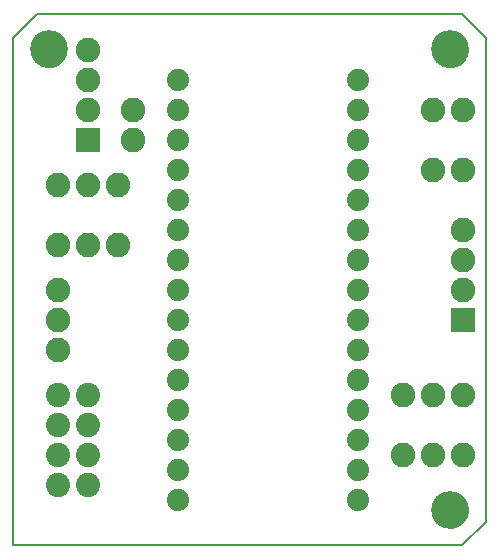
<source format=gbs>
G75*
%MOIN*%
%OFA0B0*%
%FSLAX24Y24*%
%IPPOS*%
%LPD*%
%AMOC8*
5,1,8,0,0,1.08239X$1,22.5*
%
%ADD10C,0.0080*%
%ADD11C,0.0000*%
%ADD12C,0.1261*%
%ADD13C,0.0740*%
%ADD14C,0.0808*%
%ADD15C,0.0820*%
%ADD16R,0.0820X0.0820*%
D10*
X000400Y001125D02*
X000400Y018054D01*
X001187Y018842D01*
X015361Y018842D01*
X016148Y018054D01*
X016148Y001912D01*
X015361Y001125D01*
X000400Y001125D01*
D11*
X000990Y017660D02*
X000992Y017708D01*
X000998Y017756D01*
X001008Y017803D01*
X001021Y017849D01*
X001039Y017894D01*
X001059Y017938D01*
X001084Y017980D01*
X001112Y018019D01*
X001142Y018056D01*
X001176Y018090D01*
X001213Y018122D01*
X001251Y018151D01*
X001292Y018176D01*
X001335Y018198D01*
X001380Y018216D01*
X001426Y018230D01*
X001473Y018241D01*
X001521Y018248D01*
X001569Y018251D01*
X001617Y018250D01*
X001665Y018245D01*
X001713Y018236D01*
X001759Y018224D01*
X001804Y018207D01*
X001848Y018187D01*
X001890Y018164D01*
X001930Y018137D01*
X001968Y018107D01*
X002003Y018074D01*
X002035Y018038D01*
X002065Y018000D01*
X002091Y017959D01*
X002113Y017916D01*
X002133Y017872D01*
X002148Y017827D01*
X002160Y017780D01*
X002168Y017732D01*
X002172Y017684D01*
X002172Y017636D01*
X002168Y017588D01*
X002160Y017540D01*
X002148Y017493D01*
X002133Y017448D01*
X002113Y017404D01*
X002091Y017361D01*
X002065Y017320D01*
X002035Y017282D01*
X002003Y017246D01*
X001968Y017213D01*
X001930Y017183D01*
X001890Y017156D01*
X001848Y017133D01*
X001804Y017113D01*
X001759Y017096D01*
X001713Y017084D01*
X001665Y017075D01*
X001617Y017070D01*
X001569Y017069D01*
X001521Y017072D01*
X001473Y017079D01*
X001426Y017090D01*
X001380Y017104D01*
X001335Y017122D01*
X001292Y017144D01*
X001251Y017169D01*
X001213Y017198D01*
X001176Y017230D01*
X001142Y017264D01*
X001112Y017301D01*
X001084Y017340D01*
X001059Y017382D01*
X001039Y017426D01*
X001021Y017471D01*
X001008Y017517D01*
X000998Y017564D01*
X000992Y017612D01*
X000990Y017660D01*
X014376Y017660D02*
X014378Y017708D01*
X014384Y017756D01*
X014394Y017803D01*
X014407Y017849D01*
X014425Y017894D01*
X014445Y017938D01*
X014470Y017980D01*
X014498Y018019D01*
X014528Y018056D01*
X014562Y018090D01*
X014599Y018122D01*
X014637Y018151D01*
X014678Y018176D01*
X014721Y018198D01*
X014766Y018216D01*
X014812Y018230D01*
X014859Y018241D01*
X014907Y018248D01*
X014955Y018251D01*
X015003Y018250D01*
X015051Y018245D01*
X015099Y018236D01*
X015145Y018224D01*
X015190Y018207D01*
X015234Y018187D01*
X015276Y018164D01*
X015316Y018137D01*
X015354Y018107D01*
X015389Y018074D01*
X015421Y018038D01*
X015451Y018000D01*
X015477Y017959D01*
X015499Y017916D01*
X015519Y017872D01*
X015534Y017827D01*
X015546Y017780D01*
X015554Y017732D01*
X015558Y017684D01*
X015558Y017636D01*
X015554Y017588D01*
X015546Y017540D01*
X015534Y017493D01*
X015519Y017448D01*
X015499Y017404D01*
X015477Y017361D01*
X015451Y017320D01*
X015421Y017282D01*
X015389Y017246D01*
X015354Y017213D01*
X015316Y017183D01*
X015276Y017156D01*
X015234Y017133D01*
X015190Y017113D01*
X015145Y017096D01*
X015099Y017084D01*
X015051Y017075D01*
X015003Y017070D01*
X014955Y017069D01*
X014907Y017072D01*
X014859Y017079D01*
X014812Y017090D01*
X014766Y017104D01*
X014721Y017122D01*
X014678Y017144D01*
X014637Y017169D01*
X014599Y017198D01*
X014562Y017230D01*
X014528Y017264D01*
X014498Y017301D01*
X014470Y017340D01*
X014445Y017382D01*
X014425Y017426D01*
X014407Y017471D01*
X014394Y017517D01*
X014384Y017564D01*
X014378Y017612D01*
X014376Y017660D01*
X014376Y002306D02*
X014378Y002354D01*
X014384Y002402D01*
X014394Y002449D01*
X014407Y002495D01*
X014425Y002540D01*
X014445Y002584D01*
X014470Y002626D01*
X014498Y002665D01*
X014528Y002702D01*
X014562Y002736D01*
X014599Y002768D01*
X014637Y002797D01*
X014678Y002822D01*
X014721Y002844D01*
X014766Y002862D01*
X014812Y002876D01*
X014859Y002887D01*
X014907Y002894D01*
X014955Y002897D01*
X015003Y002896D01*
X015051Y002891D01*
X015099Y002882D01*
X015145Y002870D01*
X015190Y002853D01*
X015234Y002833D01*
X015276Y002810D01*
X015316Y002783D01*
X015354Y002753D01*
X015389Y002720D01*
X015421Y002684D01*
X015451Y002646D01*
X015477Y002605D01*
X015499Y002562D01*
X015519Y002518D01*
X015534Y002473D01*
X015546Y002426D01*
X015554Y002378D01*
X015558Y002330D01*
X015558Y002282D01*
X015554Y002234D01*
X015546Y002186D01*
X015534Y002139D01*
X015519Y002094D01*
X015499Y002050D01*
X015477Y002007D01*
X015451Y001966D01*
X015421Y001928D01*
X015389Y001892D01*
X015354Y001859D01*
X015316Y001829D01*
X015276Y001802D01*
X015234Y001779D01*
X015190Y001759D01*
X015145Y001742D01*
X015099Y001730D01*
X015051Y001721D01*
X015003Y001716D01*
X014955Y001715D01*
X014907Y001718D01*
X014859Y001725D01*
X014812Y001736D01*
X014766Y001750D01*
X014721Y001768D01*
X014678Y001790D01*
X014637Y001815D01*
X014599Y001844D01*
X014562Y001876D01*
X014528Y001910D01*
X014498Y001947D01*
X014470Y001986D01*
X014445Y002028D01*
X014425Y002072D01*
X014407Y002117D01*
X014394Y002163D01*
X014384Y002210D01*
X014378Y002258D01*
X014376Y002306D01*
D12*
X014967Y002306D03*
X014967Y017660D03*
X001581Y017660D03*
D13*
X005900Y016625D03*
X005900Y015625D03*
X005900Y014625D03*
X005900Y013625D03*
X005900Y012625D03*
X005900Y011625D03*
X005900Y010625D03*
X005900Y009625D03*
X005900Y008625D03*
X005900Y007625D03*
X005900Y006625D03*
X005900Y005625D03*
X005900Y004625D03*
X005900Y003625D03*
X005900Y002625D03*
X011900Y002625D03*
X011900Y003625D03*
X011900Y004625D03*
X011900Y005625D03*
X011900Y006625D03*
X011900Y007625D03*
X011900Y008625D03*
X011900Y009625D03*
X011900Y010625D03*
X011900Y011625D03*
X011900Y012625D03*
X011900Y013625D03*
X011900Y014625D03*
X011900Y015625D03*
X011900Y016625D03*
D14*
X002900Y006125D03*
X002900Y005125D03*
X002900Y004125D03*
X002900Y003125D03*
X001900Y003125D03*
X001900Y004125D03*
X001900Y005125D03*
X001900Y006125D03*
D15*
X001900Y007625D03*
X001900Y008625D03*
X001900Y009625D03*
X001900Y011125D03*
X002900Y011125D03*
X003900Y011125D03*
X003900Y013125D03*
X002900Y013125D03*
X001900Y013125D03*
X002900Y015625D03*
X002900Y016625D03*
X002900Y017625D03*
X004400Y015625D03*
X004400Y014625D03*
X013400Y006125D03*
X014400Y006125D03*
X015400Y006125D03*
X015400Y004125D03*
X014400Y004125D03*
X013400Y004125D03*
X015400Y009625D03*
X015400Y010625D03*
X015400Y011625D03*
X015400Y013625D03*
X014400Y013625D03*
X014400Y015625D03*
X015400Y015625D03*
D16*
X015400Y008625D03*
X002900Y014625D03*
M02*

</source>
